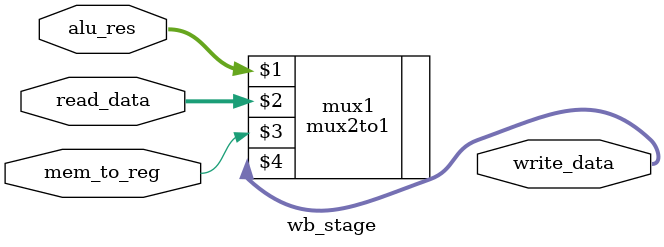
<source format=v>
`include "mux.v"

module wb_stage (input mem_to_reg, input [31:0] alu_res, input [31:0] read_data, output [31:0] write_data);

    mux2to1 #(32) mux1(alu_res, read_data, mem_to_reg, write_data);
    
endmodule
</source>
